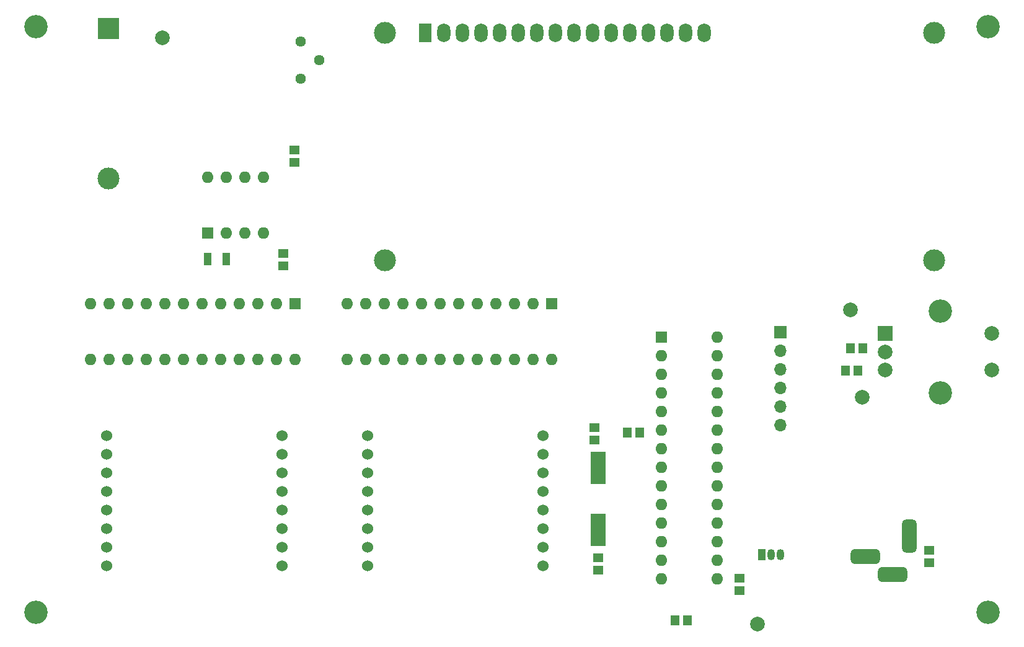
<source format=gbr>
%TF.GenerationSoftware,KiCad,Pcbnew,(6.0.5)*%
%TF.CreationDate,2022-07-17T13:29:05-04:00*%
%TF.ProjectId,Clock,436c6f63-6b2e-46b6-9963-61645f706362,rev?*%
%TF.SameCoordinates,PX4c4b400PY8a48640*%
%TF.FileFunction,Soldermask,Top*%
%TF.FilePolarity,Negative*%
%FSLAX46Y46*%
G04 Gerber Fmt 4.6, Leading zero omitted, Abs format (unit mm)*
G04 Created by KiCad (PCBNEW (6.0.5)) date 2022-07-17 13:29:05*
%MOMM*%
%LPD*%
G01*
G04 APERTURE LIST*
G04 Aperture macros list*
%AMRoundRect*
0 Rectangle with rounded corners*
0 $1 Rounding radius*
0 $2 $3 $4 $5 $6 $7 $8 $9 X,Y pos of 4 corners*
0 Add a 4 corners polygon primitive as box body*
4,1,4,$2,$3,$4,$5,$6,$7,$8,$9,$2,$3,0*
0 Add four circle primitives for the rounded corners*
1,1,$1+$1,$2,$3*
1,1,$1+$1,$4,$5*
1,1,$1+$1,$6,$7*
1,1,$1+$1,$8,$9*
0 Add four rect primitives between the rounded corners*
20,1,$1+$1,$2,$3,$4,$5,0*
20,1,$1+$1,$4,$5,$6,$7,0*
20,1,$1+$1,$6,$7,$8,$9,0*
20,1,$1+$1,$8,$9,$2,$3,0*%
G04 Aperture macros list end*
%ADD10C,3.200000*%
%ADD11R,2.000000X2.000000*%
%ADD12C,2.000000*%
%ADD13R,1.000000X1.800000*%
%ADD14R,1.150000X1.400000*%
%ADD15R,1.600000X1.600000*%
%ADD16O,1.600000X1.600000*%
%ADD17R,1.400000X1.150000*%
%ADD18C,1.524000*%
%ADD19R,2.000000X4.500000*%
%ADD20C,3.000000*%
%ADD21R,1.800000X2.600000*%
%ADD22O,1.800000X2.600000*%
%ADD23C,1.440000*%
%ADD24R,1.050000X1.500000*%
%ADD25O,1.050000X1.500000*%
%ADD26RoundRect,0.500000X0.500000X-1.750000X0.500000X1.750000X-0.500000X1.750000X-0.500000X-1.750000X0*%
%ADD27RoundRect,0.500000X1.500000X0.500000X-1.500000X0.500000X-1.500000X-0.500000X1.500000X-0.500000X0*%
%ADD28R,3.000000X3.000000*%
%ADD29R,1.700000X1.700000*%
%ADD30O,1.700000X1.700000*%
G04 APERTURE END LIST*
D10*
%TO.C,SW1*%
X128500000Y46200000D03*
X128500000Y35000000D03*
D11*
X121000000Y43100000D03*
D12*
X121000000Y38100000D03*
X121000000Y40600000D03*
X135500000Y38100000D03*
X135500000Y43100000D03*
%TD*%
D13*
%TO.C,Y2*%
X28468000Y53296000D03*
X30968000Y53296000D03*
%TD*%
D14*
%TO.C,R1*%
X85774000Y29557000D03*
X87474000Y29557000D03*
%TD*%
D10*
%TO.C,H4*%
X135000000Y5000000D03*
%TD*%
D15*
%TO.C,U5*%
X75453000Y47200000D03*
D16*
X72913000Y47200000D03*
X70373000Y47200000D03*
X67833000Y47200000D03*
X65293000Y47200000D03*
X62753000Y47200000D03*
X60213000Y47200000D03*
X57673000Y47200000D03*
X55133000Y47200000D03*
X52593000Y47200000D03*
X50053000Y47200000D03*
X47513000Y47200000D03*
X47513000Y39580000D03*
X50053000Y39580000D03*
X52593000Y39580000D03*
X55133000Y39580000D03*
X57673000Y39580000D03*
X60213000Y39580000D03*
X62753000Y39580000D03*
X65293000Y39580000D03*
X67833000Y39580000D03*
X70373000Y39580000D03*
X72913000Y39580000D03*
X75453000Y39580000D03*
%TD*%
D17*
%TO.C,C6*%
X81798000Y12500000D03*
X81798000Y10800000D03*
%TD*%
D18*
%TO.C,D2*%
X14618000Y29176000D03*
X14618000Y26636000D03*
X14618000Y24096000D03*
X14618000Y21556000D03*
X14618000Y19016000D03*
X14618000Y16476000D03*
X14618000Y13936000D03*
X14618000Y11396000D03*
X38618000Y11396000D03*
X38618000Y13936000D03*
X38618000Y16476000D03*
X38618000Y19016000D03*
X38618000Y21556000D03*
X38618000Y24096000D03*
X38618000Y26636000D03*
X38618000Y29176000D03*
%TD*%
D12*
%TO.C,TP2*%
X116215000Y46321000D03*
%TD*%
D17*
%TO.C,C3*%
X101102000Y9706000D03*
X101102000Y8006000D03*
%TD*%
D14*
%TO.C,C4*%
X92251000Y3903000D03*
X93951000Y3903000D03*
%TD*%
D17*
%TO.C,R12*%
X38745000Y52368000D03*
X38745000Y54068000D03*
%TD*%
D19*
%TO.C,Y1*%
X81798000Y24790000D03*
X81798000Y16290000D03*
%TD*%
D12*
%TO.C,TP1*%
X103515000Y3395000D03*
%TD*%
D17*
%TO.C,C5*%
X81290000Y28580000D03*
X81290000Y30280000D03*
%TD*%
D15*
%TO.C,U6*%
X40396000Y47210000D03*
D16*
X37856000Y47210000D03*
X35316000Y47210000D03*
X32776000Y47210000D03*
X30236000Y47210000D03*
X27696000Y47210000D03*
X25156000Y47210000D03*
X22616000Y47210000D03*
X20076000Y47210000D03*
X17536000Y47210000D03*
X14996000Y47210000D03*
X12456000Y47210000D03*
X12456000Y39590000D03*
X14996000Y39590000D03*
X17536000Y39590000D03*
X20076000Y39590000D03*
X22616000Y39590000D03*
X25156000Y39590000D03*
X27696000Y39590000D03*
X30236000Y39590000D03*
X32776000Y39590000D03*
X35316000Y39590000D03*
X37856000Y39590000D03*
X40396000Y39590000D03*
%TD*%
D10*
%TO.C,H2*%
X135000000Y85000000D03*
%TD*%
%TO.C,H3*%
X5000000Y5000000D03*
%TD*%
D12*
%TO.C,TP3*%
X117866000Y34383000D03*
%TD*%
D17*
%TO.C,R13*%
X40269000Y68165000D03*
X40269000Y66465000D03*
%TD*%
D10*
%TO.C,H1*%
X5000000Y85000000D03*
%TD*%
D20*
%TO.C,DS1*%
X127680000Y84157500D03*
X52680900Y53156800D03*
X52680900Y84157500D03*
X127679480Y53156800D03*
D21*
X58180000Y84157500D03*
D22*
X60720000Y84157500D03*
X63260000Y84157500D03*
X65800000Y84157500D03*
X68340000Y84157500D03*
X70880000Y84157500D03*
X73420000Y84157500D03*
X75960000Y84157500D03*
X78500000Y84157500D03*
X81040000Y84157500D03*
X83580000Y84157500D03*
X86120000Y84157500D03*
X88660000Y84157500D03*
X91200000Y84157500D03*
X93740000Y84157500D03*
X96280000Y84157500D03*
%TD*%
D14*
%TO.C,R2*%
X115531000Y38066000D03*
X117231000Y38066000D03*
%TD*%
D15*
%TO.C,U4*%
X28458000Y56862000D03*
D16*
X30998000Y56862000D03*
X33538000Y56862000D03*
X36078000Y56862000D03*
X36078000Y64482000D03*
X33538000Y64482000D03*
X30998000Y64482000D03*
X28458000Y64482000D03*
%TD*%
D23*
%TO.C,RV1*%
X41158000Y77944000D03*
X43698000Y80484000D03*
X41158000Y83024000D03*
%TD*%
D12*
%TO.C,TP4*%
X22235000Y83532000D03*
%TD*%
D17*
%TO.C,C2*%
X127010000Y13516000D03*
X127010000Y11816000D03*
%TD*%
D15*
%TO.C,U2*%
X90444000Y42628000D03*
D16*
X90444000Y40088000D03*
X90444000Y37548000D03*
X90444000Y35008000D03*
X90444000Y32468000D03*
X90444000Y29928000D03*
X90444000Y27388000D03*
X90444000Y24848000D03*
X90444000Y22308000D03*
X90444000Y19768000D03*
X90444000Y17228000D03*
X90444000Y14688000D03*
X90444000Y12148000D03*
X90444000Y9608000D03*
X98064000Y9608000D03*
X98064000Y12148000D03*
X98064000Y14688000D03*
X98064000Y17228000D03*
X98064000Y19768000D03*
X98064000Y22308000D03*
X98064000Y24848000D03*
X98064000Y27388000D03*
X98064000Y29928000D03*
X98064000Y32468000D03*
X98064000Y35008000D03*
X98064000Y37548000D03*
X98064000Y40088000D03*
X98064000Y42628000D03*
%TD*%
D24*
%TO.C,U3*%
X104150000Y12920000D03*
D25*
X105420000Y12920000D03*
X106690000Y12920000D03*
%TD*%
D14*
%TO.C,R3*%
X117954000Y41114000D03*
X116254000Y41114000D03*
%TD*%
D18*
%TO.C,D1*%
X50240000Y29176000D03*
X50240000Y26636000D03*
X50240000Y24096000D03*
X50240000Y21556000D03*
X50240000Y19016000D03*
X50240000Y16476000D03*
X50240000Y13936000D03*
X50240000Y11396000D03*
X74240000Y11396000D03*
X74240000Y13936000D03*
X74240000Y16476000D03*
X74240000Y19016000D03*
X74240000Y21556000D03*
X74240000Y24096000D03*
X74240000Y26636000D03*
X74240000Y29176000D03*
%TD*%
D26*
%TO.C,J1*%
X124287000Y15460000D03*
D27*
X121987000Y10160000D03*
X118287000Y12660000D03*
%TD*%
D28*
%TO.C,BT1*%
X14900000Y84800000D03*
D20*
X14900000Y64310000D03*
%TD*%
D29*
%TO.C,J2*%
X106690000Y43273000D03*
D30*
X106690000Y40733000D03*
X106690000Y38193000D03*
X106690000Y35653000D03*
X106690000Y33113000D03*
X106690000Y30573000D03*
%TD*%
M02*

</source>
